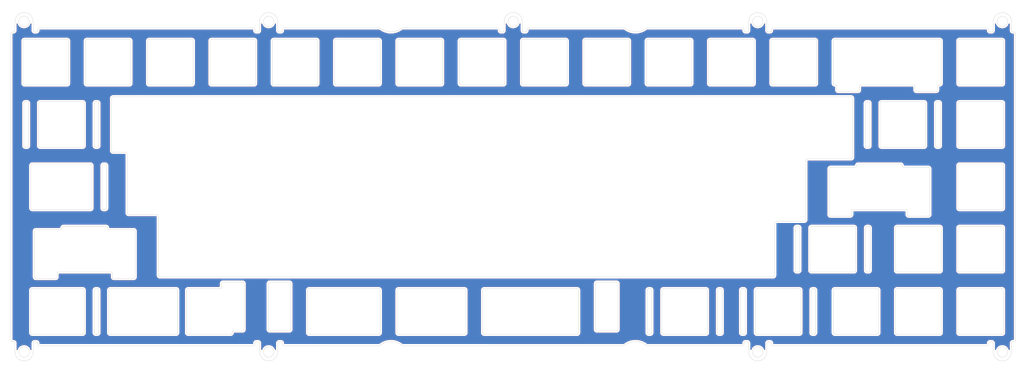
<source format=kicad_pcb>
(kicad_pcb (version 20211014) (generator pcbnew)
  (title_block (title "Phoenix Project No 1 Half Plate") (date "2023-05-07") (rev "2") (comment 1 "Designed with love by Rico"))
  (layers (0 "F.Cu" signal) (31 "B.Cu" signal) (34 "B.Paste" user) (35 "F.Paste" user) (36 "B.SilkS" user "B.Silkscreen") (37 "F.SilkS" user "F.Silkscreen") (38 "B.Mask" user) (39 "F.Mask" user) (44 "Edge.Cuts" user))
  (net 0 "")
  (gr_line (start 64.352225 -9.199985) (end 64.852225 -9.199985) (layer "Edge.Cuts") (width 0.1))
  (gr_line (start 133.99375 83.2) (end 162.39375 83.2) (layer "Edge.Cuts") (width 0.1))
  (gr_arc (start 278.75 -6.5) (mid 278.896447 -6.853553) (end 279.25 -7) (layer "Edge.Cuts") (width 0.1))
  (gr_line (start 183.5 -6.5) (end 183.5 6.5) (layer "Edge.Cuts") (width 0.1))
  (gr_line (start 295.102223 85.89) (end 295.102223 88.570596) (layer "Edge.Cuts") (width 0.1))
  (gr_line (start -3.897781 -12.429402) (end -3.897781 -9.699979) (layer "Edge.Cuts") (width 0.1))
  (gr_arc (start 88.75 7) (mid 88.396447 6.853553) (end 88.25 6.5) (layer "Edge.Cuts") (width 0.1))
  (gr_arc (start 235.3375 82.7) (mid 235.191053 83.053553) (end 234.8375 83.2) (layer "Edge.Cuts") (width 0.1))
  (gr_arc (start 221.355123 85.392312) (mid 221.708652 85.538762) (end 221.855139 85.892296) (layer "Edge.Cuts") (width 0.1))
  (gr_line (start 162.89375 82.7) (end 162.89375 69.7) (layer "Edge.Cuts") (width 0.1))
  (gr_line (start -10.147867 -9.199959) (end -9.897766 -9.199966) (layer "Edge.Cuts") (width 0.1))
  (gr_line (start 7 6.5) (end 7 -6.5) (layer "Edge.Cuts") (width 0.1))
  (gr_arc (start 60.15 67.2) (mid 60.503553 67.346447) (end 60.65 67.7) (layer "Edge.Cuts") (width 0.1))
  (gr_line (start 65.355345 88.568168) (end 65.355261 85.89703) (layer "Edge.Cuts") (width 0.1))
  (gr_arc (start 126.85 7) (mid 126.496447 6.853553) (end 126.35 6.5) (layer "Edge.Cuts") (width 0.1))
  (gr_arc (start -1.7375 26.05) (mid -2.091053 25.903553) (end -2.2375 25.55) (layer "Edge.Cuts") (width 0.1))
  (gr_line (start 159.4 6.5) (end 159.4 -6.5) (layer "Edge.Cuts") (width 0.1))
  (gr_line (start 43.00625 69.7) (end 43.00625 82.7) (layer "Edge.Cuts") (width 0.1))
  (gr_line (start 234.00625 64.15) (end 247.00625 64.15) (layer "Edge.Cuts") (width 0.1))
  (gr_arc (start 248.737 7.25) (mid 248.810223 7.073223) (end 248.987 7) (layer "Edge.Cuts") (width 0.1))
  (gr_line (start 270.23175 32.6) (end 270.23175 46.6) (layer "Edge.Cuts") (width 0.1))
  (gr_arc (start 64.15 6.5) (mid 64.003553 6.853553) (end 63.65 7) (layer "Edge.Cuts") (width 0.1))
  (gr_circle (center 292.352223 88.570596) (end 293.952223 88.570596) (layer "Edge.Cuts") (width 0.1) (fill none))
  (gr_line (start 292.75 50.65) (end 292.75 63.65) (layer "Edge.Cuts") (width 0.1))
  (gr_arc (start 147.102223 -9.699992) (mid 146.955775 -9.346436) (end 146.602223 -9.199992) (layer "Edge.Cuts") (width 0.1))
  (gr_arc (start 184.7625 69.2) (mid 185.116053 69.346447) (end 185.2625 69.7) (layer "Edge.Cuts") (width 0.1))
  (gr_line (start 147.602223 -10.449992) (end 176.533243 -10.449995) (layer "Edge.Cuts") (width 0.1))
  (gr_line (start 279.25 26.05) (end 292.25 26.05) (layer "Edge.Cuts") (width 0.1))
  (gr_line (start 82.7 -7) (end 69.7 -7) (layer "Edge.Cuts") (width 0.1))
  (gr_arc (start 233.8375 69.7) (mid 233.983947 69.346447) (end 234.3375 69.2) (layer "Edge.Cuts") (width 0.1))
  (gr_arc (start 57.00625 82.45) (mid 57.079476 82.273241) (end 57.25625 82.2) (layer "Edge.Cuts") (width 0.1))
  (gr_arc (start 17.14375 31.6) (mid 17.290194 31.246429) (end 17.64375 31.1) (layer "Edge.Cuts") (width 0.1))
  (gr_line (start 145.9 7) (end 158.9 7) (layer "Edge.Cuts") (width 0.1))
  (gr_line (start 272.4375 12.05) (end 272.9375 12.05) (layer "Edge.Cuts") (width 0.1))
  (gr_arc (start 247.00625 50.15) (mid 247.359771 50.296464) (end 247.50625 50.65) (layer "Edge.Cuts") (width 0.1))
  (gr_arc (start 168.45 82.2) (mid 168.096447 82.053553) (end 167.95 81.7) (layer "Edge.Cuts") (width 0.1))
  (gr_arc (start -2.895233 85.399138) (mid -2.541675 85.545574) (end -2.395217 85.899123) (layer "Edge.Cuts") (width 0.1))
  (gr_line (start 278.75 69.7) (end 278.75 82.7) (layer "Edge.Cuts") (width 0.1))
  (gr_arc (start 72.855285 86.646779) (mid 72.501754 86.500331) (end 72.355269 86.146795) (layer "Edge.Cuts") (width 0.1))
  (gr_arc (start 88.25 -6.5) (mid 88.396447 -6.853553) (end 88.75 -7) (layer "Edge.Cuts") (width 0.1))
  (gr_line (start 214.855223 88.563054) (end 214.855139 85.892343) (layer "Edge.Cuts") (width 0.1))
  (gr_arc (start 19.19375 69.7) (mid 19.340194 69.346429) (end 19.69375 69.2) (layer "Edge.Cuts") (width 0.1))
  (gr_line (start 184 7) (end 197 7) (layer "Edge.Cuts") (width 0.1))
  (gr_line (start 63.65 -7) (end 50.65 -7) (layer "Edge.Cuts") (width 0.1))
  (gr_line (start 273.2 50.15) (end 260.2 50.15) (layer "Edge.Cuts") (width 0.1))
  (gr_arc (start 279.25 64.15) (mid 278.896447 64.003553) (end 278.75 63.65) (layer "Edge.Cuts") (width 0.1))
  (gr_arc (start 216.05 -7) (mid 216.403553 -6.853553) (end 216.55 -6.5) (layer "Edge.Cuts") (width 0.1))
  (gr_arc (start -6.7375 12.55) (mid -6.591053 12.196447) (end -6.2375 12.05) (layer "Edge.Cuts") (width 0.1))
  (gr_line (start 273.7 69.7) (end 273.7 82.7) (layer "Edge.Cuts") (width 0.1))
  (gr_arc (start 222.355163 86.642093) (mid 222.001577 86.495674) (end 221.855147 86.142108) (layer "Edge.Cuts") (width 0.1))
  (gr_line (start 27.34425 51.65) (end 27.34425 65.65) (layer "Edge.Cuts") (width 0.1))
  (gr_arc (start 230.50625 63.65) (mid 230.359806 64.003571) (end 230.00625 64.15) (layer "Edge.Cuts") (width 0.1))
  (gr_line (start 217.3375 83.2) (end 230.3375 83.2) (layer "Edge.Cuts") (width 0.1))
  (gr_line (start 250.50625 50.65) (end 250.50625 63.65) (layer "Edge.Cuts") (width 0.1))
  (gr_arc (start 251.4375 12.05) (mid 251.791053 12.196447) (end 251.9375 12.55) (layer "Edge.Cuts") (width 0.1))
  (gr_line (start 250.9375 26.05) (end 251.4375 26.05) (layer "Edge.Cuts") (width 0.1))
  (gr_line (start 292.25 12.05) (end 279.25 12.05) (layer "Edge.Cuts") (width 0.1))
  (gr_arc (start 247.79375 31.85) (mid 247.720524 32.026759) (end 247.54375 32.1) (layer "Edge.Cuts") (width 0.1))
  (gr_line (start 5.40625 50.15) (end 18.40625 50.15) (layer "Edge.Cuts") (width 0.1))
  (gr_arc (start 272.4375 26.05) (mid 272.083947 25.903553) (end 271.9375 25.55) (layer "Edge.Cuts") (width 0.1))
  (gr_line (start 292.75 82.7) (end 292.75 69.7) (layer "Edge.Cuts") (width 0.1))
  (gr_arc (start 174.95 81.7) (mid 174.803553 82.053553) (end 174.45 82.2) (layer "Edge.Cuts") (width 0.1))
  (gr_line (start 202.2625 69.7) (end 202.2625 82.7) (layer "Edge.Cuts") (width 0.1))
  (gr_line (start 203.05 7) (end 216.05 7) (layer "Edge.Cuts") (width 0.1))
  (gr_arc (start 71.855245 85.396999) (mid 72.208829 85.54342) (end 72.355261 85.896983) (layer "Edge.Cuts") (width 0.1))
  (gr_arc (start 295.102223 85.89) (mid 295.248671 85.536455) (end 295.602223 85.39) (layer "Edge.Cuts") (width 0.1))
  (gr_arc (start 273.7 82.7) (mid 273.553553 83.053553) (end 273.2 83.2) (layer "Edge.Cuts") (width 0.1))
  (gr_line (start 292.25 69.2) (end 279.25 69.2) (layer "Edge.Cuts") (width 0.1))
  (gr_arc (start 72.352224 -9.699985) (mid 72.205773 -9.346432) (end 71.852223 -9.199985) (layer "Edge.Cuts") (width 0.1))
  (gr_arc (start 232.3375 48.15) (mid 232.191053 48.503553) (end 231.8375 48.65) (layer "Edge.Cuts") (width 0.1))
  (gr_arc (start 127.94375 69.2) (mid 128.297271 69.346464) (end 128.44375 69.7) (layer "Edge.Cuts") (width 0.1))
  (gr_line (start 234.8375 69.2) (end 234.3375 69.2) (layer "Edge.Cuts") (width 0.1))
  (gr_line (start 241.737 8.5) (end 241.737 7.25) (layer "Edge.Cuts") (width 0.1))
  (gr_line (start 145.4 -6.5) (end 145.4 6.5) (layer "Edge.Cuts") (width 0.1))
  (gr_arc (start 40.3375 82.7) (mid 40.191053 83.053553) (end 39.8375 83.2) (layer "Edge.Cuts") (width 0.1))
  (gr_line (start 26.05 6.5) (end 26.05 -6.5) (layer "Edge.Cuts") (width 0.1))
  (gr_arc (start 289.102223 85.39) (mid 289.455762 85.536455) (end 289.602223 85.89) (layer "Edge.Cuts") (width 0.1))
  (gr_arc (start 212.852222 -10.449998) (mid 213.20576 -10.303543) (end 213.352222 -9.949998) (layer "Edge.Cuts") (width 0.1))
  (gr_arc (start 251.50625 50.15) (mid 251.859771 50.296464) (end 252.00625 50.65) (layer "Edge.Cuts") (width 0.1))
  (gr_circle (center 68.102223 -12.429404) (end 69.702223 -12.429404) (layer "Edge.Cuts") (width 0.1) (fill none))
  (gr_arc (start 222.1 7) (mid 221.746447 6.853553) (end 221.6 6.5) (layer "Edge.Cuts") (width 0.1))
  (gr_line (start 292.25 64.15) (end 279.25 64.15) (layer "Edge.Cuts") (width 0.1))
  (gr_line (start 289.602223 88.570596) (end 289.602223 85.89) (layer "Edge.Cuts") (width 0.1))
  (gr_arc (start 79.99375 69.7) (mid 80.140194 69.346429) (end 80.49375 69.2) (layer "Edge.Cuts") (width 0.1))
  (gr_line (start 15.2625 69.2) (end 15.7625 69.2) (layer "Edge.Cuts") (width 0.1))
  (gr_arc (start 57.00625 82.7) (mid 56.859806 83.053571) (end 56.50625 83.2) (layer "Edge.Cuts") (width 0.1))
  (gr_arc (start 27.34425 65.65) (mid 27.197806 66.003571) (end 26.84425 66.15) (layer "Edge.Cuts") (width 0.1))
  (gr_line (start 288.602223 -9.200004) (end 289.102223 -9.200005) (layer "Edge.Cuts") (width 0.1))
  (gr_line (start 246.625 29.1) (end 246.625 11.05) (layer "Edge.Cuts") (width 0.1))
  (gr_arc (start 206.2625 69.2) (mid 206.616053 69.346447) (end 206.7625 69.7) (layer "Edge.Cuts") (width 0.1))
  (gr_arc (start 213.852223 -9.199998) (mid 213.498654 -9.346436) (end 213.352222 -9.699998) (layer "Edge.Cuts") (width 0.1))
  (gr_arc (start -3.397781 -9.199979) (mid -3.751334 -9.346426) (end -3.897781 -9.699979) (layer "Edge.Cuts") (width 0.1))
  (gr_arc (start 164.45 -6.5) (mid 164.596447 -6.853553) (end 164.95 -7) (layer "Edge.Cuts") (width 0.1))
  (gr_arc (start 69.2 -6.5) (mid 69.346447 -6.853553) (end 69.7 -7) (layer "Edge.Cuts") (width 0.1))
  (gr_line (start 268.4375 12.05) (end 255.4375 12.05) (layer "Edge.Cuts") (width 0.1))
  (gr_arc (start 109.243525 86.645639) (mid 108.922843 86.592837) (end 108.636031 86.439987) (layer "Edge.Cuts") (width 0.1))
  (gr_line (start 272.113 9) (end 266.113 9) (layer "Edge.Cuts") (width 0.1))
  (gr_line (start 252.00625 63.65) (end 252.00625 50.65) (layer "Edge.Cuts") (width 0.1))
  (gr_line (start 64.855245 85.397046) (end 64.355245 85.397061) (layer "Edge.Cuts") (width 0.1))
  (gr_arc (start 212.8375 83.2) (mid 212.483947 83.053553) (end 212.3375 82.7) (layer "Edge.Cuts") (width 0.1))
  (gr_arc (start 262.98175 45.1) (mid 263.158559 45.173206) (end 263.23175 45.35) (layer "Edge.Cuts") (width 0.1))
  (gr_arc (start 139.85 -7) (mid 140.203553 -6.853553) (end 140.35 -6.5) (layer "Edge.Cuts") (width 0.1))
  (gr_line (start 251.00625 64.15) (end 251.50625 64.15) (layer "Edge.Cuts") (width 0.1))
  (gr_arc (start 234.3375 83.2) (mid 233.983947 83.053553) (end 233.8375 82.7) (layer "Edge.Cuts") (width 0.1))
  (gr_line (start 220.852223 -9.199998) (end 221.352222 -9.199998) (layer "Edge.Cuts") (width 0.1))
  (gr_line (start -1.7375 26.05) (end 11.2625 26.05) (layer "Edge.Cuts") (width 0.1))
  (gr_line (start 205.2625 82.7) (end 205.2625 69.7) (layer "Edge.Cuts") (width 0.1))
  (gr_line (start 183.7625 69.7) (end 183.7625 82.7) (layer "Edge.Cuts") (width 0.1))
  (gr_arc (start 107.8 83.2) (mid 107.446447 83.053553) (end 107.3 82.7) (layer "Edge.Cuts") (width 0.1))
  (gr_line (start -4.11875 31.1) (end 13.64375 31.1) (layer "Edge.Cuts") (width 0.1))
  (gr_line (start 167.95 67.7) (end 167.95 81.7) (layer "Edge.Cuts") (width 0.1))
  (gr_arc (start 107.3 -6.5) (mid 107.446447 -6.853553) (end 107.8 -7) (layer "Edge.Cuts") (width 0.1))
  (gr_arc (start 133.49375 69.7) (mid 133.640194 69.346429) (end 133.99375 69.2) (layer "Edge.Cuts") (width 0.1))
  (gr_line (start 260.2 69.2) (end 273.2 69.2) (layer "Edge.Cuts") (width 0.1))
  (gr_arc (start 63.855269 86.147061) (mid 63.70884 86.500623) (end 63.355285 86.647077) (layer "Edge.Cuts") (width 0.1))
  (gr_arc (start 50.15 -6.5) (mid 50.296447 -6.853553) (end 50.65 -7) (layer "Edge.Cuts") (width 0.1))
  (gr_arc (start 259.7 50.65) (mid 259.846447 50.296447) (end 260.2 50.15) (layer "Edge.Cuts") (width 0.1))
  (gr_arc (start 217.3375 83.2) (mid 216.983947 83.053553) (end 216.8375 82.7) (layer "Edge.Cuts") (width 0.1))
  (gr_line (start 272.9375 26.05) (end 272.4375 26.05) (layer "Edge.Cuts") (width 0.1))
  (gr_arc (start 259.7 69.7) (mid 259.846447 69.346447) (end 260.2 69.2) (layer "Edge.Cuts") (width 0.1))
  (gr_arc (start 292.75 82.7) (mid 292.603553 83.053553) (end 292.25 83.2) (layer "Edge.Cuts") (width 0.1))
  (gr_arc (start 289.602223 -9.700005) (mid 289.45578 -9.34644) (end 289.102223 -9.200005) (layer "Edge.Cuts") (width 0.1))
  (gr_arc (start 102.318156 86.440185) (mid 105.477055 85.370611) (end 108.636031 86.439987) (layer "Edge.Cuts") (width 0.1))
  (gr_line (start 289.102223 85.39) (end 288.602238 85.39) (layer "Edge.Cuts") (width 0.1))
  (gr_line (start 292.25 -7) (end 279.25 -7) (layer "Edge.Cuts") (width 0.1))
  (gr_line (start 265.363 7) (end 248.987 7) (layer "Edge.Cuts") (width 0.1))
  (gr_line (start 102.25 6.5) (end 102.25 -6.5) (layer "Edge.Cuts") (width 0.1))
  (gr_line (start 247.79375 31.85) (end 247.79375 31.6) (layer "Edge.Cuts") (width 0.1))
  (gr_arc (start 220.852223 -9.199998) (mid 220.498654 -9.346436) (end 220.352223 -9.699998) (layer "Edge.Cuts") (width 0.1))
  (gr_line (start 18.90625 50.65) (end 18.90625 50.9) (layer "Edge.Cuts") (width 0.1))
  (gr_line (start 107.3 6.5) (end 107.3 -6.5) (layer "Edge.Cuts") (width 0.1))
  (gr_line (start -9.39778 -9.699966) (end -9.397781 -12.4294) (layer "Edge.Cuts") (width 0.1))
  (gr_arc (start 205.2625 69.7) (mid 205.408947 69.346447) (end 205.7625 69.2) (layer "Edge.Cuts") (width 0.1))
  (gr_arc (start 176.533243 -10.449995) (mid 176.84698 -10.39949) (end 177.129047 -10.253125) (layer "Edge.Cuts") (width 0.1))
  (gr_line (start 15.7625 83.2) (end 15.2625 83.2) (layer "Edge.Cuts") (width 0.1))
  (gr_line (start 278.75 12.55) (end 278.75 25.55) (layer "Edge.Cuts") (width 0.1))
  (gr_arc (start 292.75 44.6) (mid 292.603553 44.953553) (end 292.25 45.1) (layer "Edge.Cuts") (width 0.1))
  (gr_arc (start 292.75 63.65) (mid 292.603553 64.003553) (end 292.25 64.15) (layer "Edge.Cuts") (width 0.1))
  (gr_arc (start 261.29375 31.1) (mid 261.647271 31.246464) (end 261.79375 31.6) (layer "Edge.Cuts") (width 0.1))
  (gr_arc (start 3.46825 64.4) (mid 3.541473 64.223223) (end 3.71825 64.15) (layer "Edge.Cuts") (width 0.1))
  (gr_arc (start 183.990459 86.643295) (mid 183.670068 86.5906) (end 183.383459 86.438021) (layer "Edge.Cuts") (width 0.1))
  (gr_arc (start 50.65 7) (mid 50.296447 6.853553) (end 50.15 6.5) (layer "Edge.Cuts") (width 0.1))
  (gr_line (start 101.75 -7) (end 88.75 -7) (layer "Edge.Cuts") (width 0.1))
  (gr_line (start -1.897781 -10.449979) (end 63.352224 -10.449985) (layer "Edge.Cuts") (width 0.1))
  (gr_line (start 279.25 83.2) (end 292.25 83.2) (layer "Edge.Cuts") (width 0.1))
  (gr_line (start -7 -6.5) (end -7 6.5) (layer "Edge.Cuts") (width 0.1))
  (gr_arc (start 63.352224 -10.449985) (mid 63.705757 -10.303529) (end 63.852224 -9.949985) (layer "Edge.Cuts") (width 0.1))
  (gr_arc (start 20.09425 64.15) (mid 20.271059 64.223206) (end 20.34425 64.4) (layer "Edge.Cuts") (width 0.1))
  (gr_arc (start 24.3375 27.55) (mid 24.691053 27.696447) (end 24.8375 28.05) (layer "Edge.Cuts") (width 0.1))
  (gr_arc (start 16.2625 82.7) (mid 16.116053 83.053553) (end 15.7625 83.2) (layer "Edge.Cuts") (width 0.1))
  (gr_arc (start 213.355147 86.142375) (mid 213.208718 86.495956) (end 212.855163 86.64239) (layer "Edge.Cuts") (width 0.1))
  (gr_arc (start 121.3 6.5) (mid 121.153553 6.853553) (end 120.8 7) (layer "Edge.Cuts") (width 0.1))
  (gr_line (start 184.7625 69.2) (end 184.2625 69.2) (layer "Edge.Cuts") (width 0.1))
  (gr_line (start 221.6 6.5) (end 221.6 -6.5) (layer "Edge.Cuts") (width 0.1))
  (gr_line (start 13.64375 45.1) (end -4.11875 45.1) (layer "Edge.Cuts") (width 0.1))
  (gr_arc (start 68.44375 82.2) (mid 68.090229 82.053536) (end 67.94375 81.7) (layer "Edge.Cuts") (width 0.1))
  (gr_line (start 213.352222 -9.949998) (end 213.352222 -9.699998) (layer "Edge.Cuts") (width 0.1))
  (gr_line (start -5.2375 12.55) (end -5.2375 25.55) (layer "Edge.Cuts") (width 0.1))
  (gr_line (start 205.7625 69.2) (end 206.2625 69.2) (layer "Edge.Cuts") (width 0.1))
  (gr_line (start 273.7 -6.5) (end 273.7 6.5) (layer "Edge.Cuts") (width 0.1))
  (gr_arc (start 278.75 69.7) (mid 278.896447 69.346447) (end 279.25 69.2) (layer "Edge.Cuts") (width 0.1))
  (gr_line (start 279.25 31.1) (end 292.25 31.1) (layer "Edge.Cuts") (width 0.1))
  (gr_line (start 288.102223 -9.950004) (end 288.102223 -9.700004) (layer "Edge.Cuts") (width 0.1))
  (gr_arc (start 260.2 83.2) (mid 259.846447 83.053553) (end 259.7 82.7) (layer "Edge.Cuts") (width 0.1))
  (gr_line (start 233.50625 50.65) (end 233.50625 63.65) (layer "Edge.Cuts") (width 0.1))
  (gr_line (start 69.7 7) (end 82.7 7) (layer "Edge.Cuts") (width 0.1))
  (gr_arc (start 221.852222 -9.949999) (mid 221.99867 -10.303545) (end 222.352222 -10.449999) (layer "Edge.Cuts") (width 0.1))
  (gr_arc (start 246.625 29.1) (mid 246.478553 29.453553) (end 246.125 29.6) (layer "Edge.Cuts") (width 0.1))
  (gr_line (start 221.855147 86.142108) (end 221.855139 85.892296) (layer "Edge.Cuts") (width 0.1))
  (gr_arc (start -10.145307 85.39919) (mid -10.498864 85.252753) (end -10.645321 84.899204) (layer "Edge.Cuts") (width 0.1))
  (gr_line (start 63.855261 85.897077) (end 63.855269 86.147061) (layer "Edge.Cuts") (width 0.1))
  (gr_arc (start 278.75 31.6) (mid 278.896447 31.246447) (end 279.25 31.1) (layer "Edge.Cuts") (width 0.1))
  (gr_line (start 197.5 6.5) (end 197.5 -6.5) (layer "Edge.Cuts") (width 0.1))
  (gr_arc (start -5.7375 12.05) (mid -5.383947 12.196447) (end -5.2375 12.55) (layer "Edge.Cuts") (width 0.1))
  (gr_line (start 212.8375 83.2) (end 213.3375 83.2) (layer "Edge.Cuts") (width 0.1))
  (gr_arc (start 145.9 7) (mid 145.546447 6.853553) (end 145.4 6.5) (layer "Edge.Cuts") (width 0.1))
  (gr_arc (start 18.40625 50.15) (mid 18.759771 50.296464) (end 18.90625 50.65) (layer "Edge.Cuts") (width 0.1))
  (gr_line (start 25.3375 46.6) (end 33.8625 46.6) (layer "Edge.Cuts") (width 0.1))
  (gr_arc (start 178.45 6.5) (mid 178.303553 6.853553) (end 177.95 7) (layer "Edge.Cuts") (width 0.1))
  (gr_arc (start 254.15 69.2) (mid 254.503553 69.346447) (end 254.65 69.7) (layer "Edge.Cuts") (width 0.1))
  (gr_arc (start 7 6.5) (mid 6.853553 6.853553) (end 6.5 7) (layer "Edge.Cuts") (width 0.1))
  (gr_arc (start 292.25 12.05) (mid 292.603553 12.196447) (end 292.75 12.55) (layer "Edge.Cuts") (width 0.1))
  (gr_line (start -2.395209 86.149138) (end -2.395217 85.899123) (layer "Edge.Cuts") (width 0.1))
  (gr_line (start 80.49375 69.2) (end 101.75 69.2) (layer "Edge.Cuts") (width 0.1))
  (gr_arc (start 19.15625 51.15) (mid 18.979441 51.076794) (end 18.90625 50.9) (layer "Edge.Cuts") (width 0.1))
  (gr_line (start 222.1 -7) (end 235.1 -7) (layer "Edge.Cuts") (width 0.1))
  (gr_line (start 234.3375 83.2) (end 234.8375 83.2) (layer "Edge.Cuts") (width 0.1))
  (gr_arc (start 71.352224 -9.199985) (mid 70.99865 -9.346422) (end 70.852224 -9.699985) (layer "Edge.Cuts") (width 0.1))
  (gr_line (start 178.45 6.5) (end 178.45 -6.5) (layer "Edge.Cuts") (width 0.1))
  (gr_arc (start 140.102223 -12.429396) (mid 142.852223 -15.179396) (end 145.602223 -12.429396) (layer "Edge.Cuts") (width 0.1))
  (gr_line (start 140.35 6.5) (end 140.35 -6.5) (layer "Edge.Cuts") (width 0.1))
  (gr_line (start 18.14375 31.1) (end 17.64375 31.1) (layer "Edge.Cuts") (width 0.1))
  (gr_line (start 254.65 82.7) (end 254.65 69.7) (layer "Edge.Cuts") (width 0.1))
  (gr_line (start 79.99375 82.7) (end 79.99375 69.7) (layer "Edge.Cuts") (width 0.1))
  (gr_arc (start 20.575 27.55) (mid 20.221447 27.403553) (end 20.075 27.05) (layer "Edge.Cuts") (width 0.1))
  (gr_arc (start 63.855261 85.897077) (mid 64.001708 85.54353) (end 64.355245 85.397061) (layer "Edge.Cuts") (width 0.1))
  (gr_arc (start 292.25 31.1) (mid 292.603553 31.246447) (end 292.75 31.6) (layer "Edge.Cuts") (width 0.1))
  (gr_line (start -4.61875 44.6) (end -4.61875 31.6) (layer "Edge.Cuts") (width 0.1))
  (gr_arc (start 162.39375 69.2) (mid 162.747271 69.346464) (end 162.89375 69.7) (layer "Edge.Cuts") (width 0.1))
  (gr_arc (start 271.9375 12.55) (mid 272.083947 12.196447) (end 272.4375 12.05) (layer "Edge.Cuts") (width 0.1))
  (gr_line (start 295.602222 -9.200005) (end 295.852219 -9.200005) (layer "Edge.Cuts") (width 0.1))
  (gr_arc (start 287.602223 -10.450004) (mid 287.955763 -10.30355) (end 288.102223 -9.950004) (layer "Edge.Cuts") (width 0.1))
  (gr_arc (start 11.7625 82.7) (mid 11.616053 83.053553) (end 11.2625 83.2) (layer "Edge.Cuts") (width 0.1))
  (gr_arc (start 70.855345 88.567963) (mid 68.105452 91.318065) (end 65.355345 88.568168) (layer "Edge.Cuts") (width 0.1))
  (gr_line (start 107.8 -7) (end 120.8 -7) (layer "Edge.Cuts") (width 0.1))
  (gr_arc (start 234.00625 64.15) (mid 233.652729 64.003536) (end 233.50625 63.65) (layer "Edge.Cuts") (width 0.1))
  (gr_arc (start 72.352224 -9.949986) (mid 72.498667 -10.30354) (end 72.852224 -10.449986) (layer "Edge.Cuts") (width 0.1))
  (gr_line (start 250.4375 12.55) (end 250.4375 25.55) (layer "Edge.Cuts") (width 0.1))
  (gr_line (start -2.2375 12.55) (end -2.2375 25.55) (layer "Edge.Cuts") (width 0.1))
  (gr_line (start 216.05 -7) (end 203.05 -7) (layer "Edge.Cuts") (width 0.1))
  (gr_arc (start 205.7625 83.2) (mid 205.408947 83.053553) (end 205.2625 82.7) (layer "Edge.Cuts") (width 0.1))
  (gr_arc (start -2.2375 12.55) (mid -2.091053 12.196447) (end -1.7375 12.05) (layer "Edge.Cuts") (width 0.1))
  (gr_line (start 43.50625 83.2) (end 56.50625 83.2) (layer "Edge.Cuts") (width 0.1))
  (gr_line (start 70.855261 85.89703) (end 70.855345 88.567963) (layer "Edge.Cuts") (width 0.1))
  (gr_arc (start 268.9375 25.55) (mid 268.791053 25.903553) (end 268.4375 26.05) (layer "Edge.Cuts") (width 0.1))
  (gr_arc (start 101.75 -7) (mid 102.103553 -6.853553) (end 102.25 -6.5) (layer "Edge.Cuts") (width 0.1))
  (gr_arc (start -7 -6.5) (mid -6.853553 -6.853553) (end -6.5 -7) (layer "Edge.Cuts") (width 0.1))
  (gr_line (start 14.14375 31.6) (end 14.14375 44.6) (layer "Edge.Cuts") (width 0.1))
  (gr_arc (start -6.2375 26.05) (mid -6.591053 25.903553) (end -6.7375 25.55) (layer "Edge.Cuts") (width 0.1))
  (gr_arc (start 11.2625 12.05) (mid 11.616053 12.196447) (end 11.7625 12.55) (layer "Edge.Cuts") (width 0.1))
  (gr_line (start 269.73175 47.1) (end 263.73175 47.1) (layer "Edge.Cuts") (width 0.1))
  (gr_arc (start 252.00625 63.65) (mid 251.859806 64.003571) (end 251.50625 64.15) (layer "Edge.Cuts") (width 0.1))
  (gr_arc (start 108.575392 -10.25312) (mid 108.857451 -10.3995) (end 109.171194 -10.449989) (layer "Edge.Cuts") (width 0.1))
  (gr_line (start 83.2 6.5) (end 83.2 -6.5) (layer "Edge.Cuts") (width 0.1))
  (gr_arc (start 248.737 8.5) (mid 248.590553 8.853553) (end 248.237 9) (layer "Edge.Cuts") (width 0.1))
  (gr_arc (start 279.25 26.05) (mid 278.896447 25.903553) (end 278.75 25.55) (layer "Edge.Cuts") (width 0.1))
  (gr_arc (start 289.602222 -12.429409) (mid 292.352222 -15.179409) (end 295.102222 -12.429409) (layer "Edge.Cuts") (width 0.1))
  (gr_line (start 57.00625 82.7) (end 57.00625 82.45) (layer "Edge.Cuts") (width 0.1))
  (gr_arc (start 295.102223 88.570596) (mid 292.352223 91.320596) (end 289.602223 88.570596) (layer "Edge.Cuts") (width 0.1))
  (gr_arc (start 272.613 8.5) (mid 272.466553 8.853553) (end 272.113 9) (layer "Edge.Cuts") (width 0.1))
  (gr_arc (start 254.65 82.7) (mid 254.503553 83.053553) (end 254.15 83.2) (layer "Edge.Cuts") (width 0.1))
  (gr_arc (start 184.2625 83.2) (mid 183.908947 83.053553) (end 183.7625 82.7) (layer "Edge.Cuts") (width 0.1))
  (gr_line (start 261.79375 31.6) (end 261.79375 31.85) (layer "Edge.Cuts") (width 0.1))
  (gr_arc (start 25.3375 46.6) (mid 24.983947 46.453553) (end 24.8375 46.1) (layer "Edge.Cuts") (width 0.1))
  (gr_arc (start 269.73175 32.1) (mid 270.085271 32.246464) (end 270.23175 32.6) (layer "Edge.Cuts") (width 0.1))
  (gr_arc (start 15.2625 83.2) (mid 14.908947 83.053553) (end 14.7625 82.7) (layer "Edge.Cuts") (width 0.1))
  (gr_line (start 295.102222 -12.429409) (end 295.102222 -9.700005) (layer "Edge.Cuts") (width 0.1))
  (gr_line (start 24.8375 28.05) (end 24.8375 46.1) (layer "Edge.Cuts") (width 0.1))
  (gr_line (start 71.352224 -9.199985) (end 71.852223 -9.199985) (layer "Edge.Cuts") (width 0.1))
  (gr_line (start 44.6 -7) (end 31.6 -7) (layer "Edge.Cuts") (width 0.1))
  (gr_arc (start 201.7625 69.2) (mid 202.116053 69.346447) (end 202.2625 69.7) (layer "Edge.Cuts") (width 0.1))
  (gr_line (start 109.171194 -10.449989) (end 138.102223 -10.449991) (layer "Edge.Cuts") (width 0.1))
  (gr_line (start 259.7 82.7) (end 259.7 69.7) (layer "Edge.Cuts") (width 0.1))
  (gr_line (start 11.7625 82.7) (end 11.7625 69.7) (layer "Edge.Cuts") (width 0.1))
  (gr_arc (start 185.2625 82.7) (mid 185.116053 83.053553) (end 184.7625 83.2) (layer "Edge.Cuts") (width 0.1))
  (gr_circle (center 292.352223 -12.429404) (end 293.952223 -12.429404) (layer "Edge.Cuts") (width 0.1) (fill none))
  (gr_arc (start 230.8375 82.7) (mid 230.691053 83.053553) (end 230.3375 83.2) (layer "Edge.Cuts") (width 0.1))
  (gr_line (start 273.7 63.65) (end 273.7 50.65) (layer "Edge.Cuts") (width 0.1))
  (gr_line (start 50.15 -6.5) (end 50.15 6.5) (layer "Edge.Cuts") (width 0.1))
  (gr_arc (start 162.89375 82.7) (mid 162.747306 83.053571) (end 162.39375 83.2) (layer "Edge.Cuts") (width 0.1))
  (gr_line (start 240.65 69.7) (end 240.65 82.7) (layer "Edge.Cuts") (width 0.1))
  (gr_line (start 259.7 50.65) (end 259.7 63.65) (layer "Edge.Cuts") (width 0.1))
  (gr_arc (start 295.852219 -9.200005) (mid 296.205762 -9.053552) (end 296.352219 -8.700005) (layer "Edge.Cuts") (width 0.1))
  (gr_arc (start 64.352225 -9.199985) (mid 63.99865 -9.346422) (end 63.852224 -9.699985) (layer "Edge.Cuts") (width 0.1))
  (gr_arc (start -3.03175 66.15) (mid -3.385303 66.003553) (end -3.53175 65.65) (layer "Edge.Cuts") (width 0.1))
  (gr_line (start 235.6 -6.5) (end 235.6 6.5) (layer "Edge.Cuts") (width 0.1))
  (gr_arc (start 108.575392 -10.25312) (mid 105.477223 -9.229404) (end 102.379054 -10.25312) (layer "Edge.Cuts") (width 0.1))
  (gr_arc (start 14.7625 69.7) (mid 14.908947 69.346447) (end 15.2625 69.2) (layer "Edge.Cuts") (width 0.1))
  (gr_circle (center 142.852223 -12.429404) (end 144.452223 -12.429404) (layer "Edge.Cuts") (width 0.1) (fill none))
  (gr_arc (start 246.35575 45.35) (mid 246.428976 45.173241) (end 246.60575 45.1) (layer "Edge.Cuts") (width 0.1))
  (gr_arc (start 221.852222 -9.699998) (mid 221.705776 -9.346438) (end 221.352222 -9.199998) (layer "Edge.Cuts") (width 0.1))
  (gr_line (start 34.8625 65.65) (end 222.3125 65.65) (layer "Edge.Cuts") (width 0.1))
  (gr_arc (start 212.3375 69.7) (mid 212.483947 69.346447) (end 212.8375 69.2) (layer "Edge.Cuts") (width 0.1))
  (gr_arc (start 197.5 6.5) (mid 197.353553 6.853553) (end 197 7) (layer "Edge.Cuts") (width 0.1))
  (gr_arc (start 18.14375 31.1) (mid 18.497271 31.246464) (end 18.64375 31.6) (layer "Edge.Cuts") (width 0.1))
  (gr_line (start 212.855163 86.64239) (end 183.990459 86.643295) (layer "Edge.Cuts") (width 0.1))
  (gr_arc (start 26.05 6.5) (mid 25.903553 6.853553) (end 25.55 7) (layer "Edge.Cuts") (width 0.1))
  (gr_arc (start 292.75 25.55) (mid 292.603553 25.903553) (end 292.25 26.05) (layer "Edge.Cuts") (width 0.1))
  (gr_arc (start 74.94375 81.7) (mid 74.797306 82.053571) (end 74.44375 82.2) (layer "Edge.Cuts") (width 0.1))
  (gr_line (start 31.6 7) (end 44.6 7) (layer "Edge.Cuts") (width 0.1))
  (gr_arc (start 234.8375 69.2) (mid 235.191053 69.346447) (end 235.3375 69.7) (layer "Edge.Cuts") (width 0.1))
  (gr_arc (start 177.070728 86.438219) (mid 176.784124 86.590807) (end 176.463741 86.643531) (layer "Edge.Cuts") (width 0.1))
  (gr_line (start -9.39514 88.570868) (end -9.39514 85.899183) (layer "Edge.Cuts") (width 0.1))
  (gr_arc (start 69.7 7) (mid 69.346447 6.853553) (end 69.2 6.5) (layer "Edge.Cuts") (width 0.1))
  (gr_arc (start 292.75 6.5) (mid 292.603553 6.853553) (end 292.25 7) (layer "Edge.Cuts") (width 0.1))
  (gr_arc (start -3.89514 88.570708) (mid -6.64506 91.320789) (end -9.39514 88.570868) (layer "Edge.Cuts") (width 0.1))
  (gr_arc (start 183.3254 -10.253126) (mid 180.227219 -9.22939) (end 177.129047 -10.253125) (layer "Edge.Cuts") (width 0.1))
  (gr_line (start 212.3375 69.7) (end 212.3375 82.7) (layer "Edge.Cuts") (width 0.1))
  (gr_line (start 206.2625 83.2) (end 205.7625 83.2) (layer "Edge.Cuts") (width 0.1))
  (gr_arc (start 250.4375 12.55) (mid 250.583947 12.196447) (end 250.9375 12.05) (layer "Edge.Cuts") (width 0.1))
  (gr_line (start 223.3125 48.65) (end 231.8375 48.65) (layer "Edge.Cuts") (width 0.1))
  (gr_arc (start 246.125 10.55) (mid 246.478553 10.696447) (end 246.625 11.05) (layer "Edge.Cuts") (width 0.1))
  (gr_line (start 235.3375 82.7) (end 235.3375 69.7) (layer "Edge.Cuts") (width 0.1))
  (gr_circle (center -6.647777 -12.429404) (end -5.047777 -12.429404) (layer "Edge.Cuts") (width 0.1) (fill none))
  (gr_line (start 11.7625 25.55) (end 11.7625 12.55) (layer "Edge.Cuts") (width 0.1))
  (gr_arc (start 39.8375 69.2) (mid 40.191053 69.346447) (end 40.3375 69.7) (layer "Edge.Cuts") (width 0.1))
  (gr_line (start 72.352224 -9.699985) (end 72.352224 -9.949986) (layer "Edge.Cuts") (width 0.1))
  (gr_arc (start -1.895194 86.649123) (mid -2.248752 86.502687) (end -2.395209 86.149138) (layer "Edge.Cuts") (width 0.1))
  (gr_line (start 241.15 83.2) (end 254.15 83.2) (layer "Edge.Cuts") (width 0.1))
  (gr_line (start 296.352219 -8.700005) (end 296.352227 84.89) (layer "Edge.Cuts") (width 0.1))
  (gr_arc (start 17.64375 45.1) (mid 17.290229 44.953536) (end 17.14375 44.6) (layer "Edge.Cuts") (width 0.1))
  (gr_arc (start 273.4375 25.55) (mid 273.291053 25.903553) (end 272.9375 26.05) (layer "Edge.Cuts") (width 0.1))
  (gr_line (start 273.4375 12.55) (end 273.4375 25.55) (layer "Edge.Cuts") (width 0.1))
  (gr_line (start 12.05 -6.5) (end 12.05 6.5) (layer "Edge.Cuts") (width 0.1))
  (gr_arc (start 80.49375 83.2) (mid 80.140229 83.053536) (end 79.99375 82.7) (layer "Edge.Cuts") (width 0.1))
  (gr_line (start 214.852223 -9.699998) (end 214.852223 -12.429403) (layer "Edge.Cuts") (width 0.1))
  (gr_arc (start 220.355223 88.562861) (mid 217.605297 91.313023) (end 214.855223 88.563054) (layer "Edge.Cuts") (width 0.1))
  (gr_line (start 168.45 82.2) (end 174.45 82.2) (layer "Edge.Cuts") (width 0.1))
  (gr_arc (start 202.2625 82.7) (mid 202.116053 83.053553) (end 201.7625 83.2) (layer "Edge.Cuts") (width 0.1))
  (gr_arc (start 20.075 11.05) (mid 20.221447 10.696447) (end 20.575 10.55) (layer "Edge.Cuts") (width 0.1))
  (gr_arc (start -5.2375 25.55) (mid -5.383947 25.903553) (end -5.7375 26.05) (layer "Edge.Cuts") (width 0.1))
  (gr_line (start 12.55 7) (end 25.55 7) (layer "Edge.Cuts") (width 0.1))
  (gr_arc (start 221.6 -6.5) (mid 221.746447 -6.853553) (end 222.1 -7) (layer "Edge.Cuts") (width 0.1))
  (gr_line (start 279.25 50.15) (end 292.25 50.15) (layer "Edge.Cuts") (width 0.1))
  (gr_line (start 248.237 9) (end 242.237 9) (layer "Edge.Cuts") (width 0.1))
  (gr_arc (start 216.55 6.5) (mid 216.403553 6.853553) (end 216.05 7) (layer "Edge.Cuts") (width 0.1))
  (gr_line (start 53.65 67.7) (end 53.65 68.95) (layer "Edge.Cuts") (width 0.1))
  (gr_line (start 263.23175 46.6) (end 263.23175 45.35) (layer "Edge.Cuts") (width 0.1))
  (gr_line (start 273.2 83.2) (end 260.2 83.2) (layer "Edge.Cuts") (width 0.1))
  (gr_arc (start 247.50625 63.65) (mid 247.359806 64.003571) (end 247.00625 64.15) (layer "Edge.Cuts") (width 0.1))
  (gr_line (start 72.852224 -10.449986) (end 101.783252 -10.449988) (layer "Edge.Cuts") (width 0.1))
  (gr_line (start -6.2375 12.05) (end -5.7375 12.05) (layer "Edge.Cuts") (width 0.1))
  (gr_line (start 183.921203 -10.449995) (end 212.852222 -10.449998) (layer "Edge.Cuts") (width 0.1))
  (gr_arc (start 295.602222 -9.200005) (mid 295.248656 -9.346444) (end 295.102222 -9.700005) (layer "Edge.Cuts") (width 0.1))
  (gr_arc (start -3.895218 85.899169) (mid -3.748782 85.545612) (end -3.395234 85.399154) (layer "Edge.Cuts") (width 0.1))
  (gr_line (start 174.45 67.2) (end 168.45 67.2) (layer "Edge.Cuts") (width 0.1))
  (gr_line (start -4.11875 83.2) (end 11.2625 83.2) (layer "Edge.Cuts") (width 0.1))
  (gr_arc (start 213.3375 69.2) (mid 213.691053 69.346447) (end 213.8375 69.7) (layer "Edge.Cuts") (width 0.1))
  (gr_line (start 101.75 83.2) (end 80.49375 83.2) (layer "Edge.Cuts") (width 0.1))
  (gr_line (start 292.25 45.1) (end 279.25 45.1) (layer "Edge.Cuts") (width 0.1))
  (gr_line (start 20.075 11.05) (end 20.075 27.05) (layer "Edge.Cuts") (width 0.1))
  (gr_line (start 31.1 -6.5) (end 31.1 6.5) (layer "Edge.Cuts") (width 0.1))
  (gr_arc (start 43.00625 69.7) (mid 43.152694 69.346429) (end 43.50625 69.2) (layer "Edge.Cuts") (width 0.1))
  (gr_line (start 229.50625 64.15) (end 230.00625 64.15) (layer "Edge.Cuts") (width 0.1))
  (gr_arc (start 65.352224 -12.429391) (mid 68.10222 -15.179386) (end 70.852224 -12.42939) (layer "Edge.Cuts") (width 0.1))
  (gr_arc (start 60.65 81.7) (mid 60.503553 82.053553) (end 60.15 82.2) (layer "Edge.Cuts") (width 0.1))
  (gr_arc (start 206.7625 82.7) (mid 206.616053 83.053553) (end 206.2625 83.2) (layer "Edge.Cuts") (width 0.1))
  (gr_line (start -9.895154 85.399183) (end -10.145307 85.39919) (layer "Edge.Cuts") (width 0.1))
  (gr_arc (start 279.25 45.1) (mid 278.896447 44.953553) (end 278.75 44.6) (layer "Edge.Cuts") (width 0.1))
  (gr_line (start 4.90625 50.9) (end 4.90625 50.65) (layer "Edge.Cuts") (width 0.1))
  (gr_line (start 255.4375 26.05) (end 268.4375 26.05) (layer "Edge.Cuts") (width 0.1))
  (gr_arc (start 107.3 69.7) (mid 107.446447 69.346447) (end 107.8 69.2) (layer "Edge.Cuts") (width 0.1))
  (gr_line (start 20.34425 65.65) (end 20.34425 64.4) (layer "Edge.Cuts") (width 0.1))
  (gr_line (start 254.9375 12.55) (end 254.9375 25.55) (layer "Edge.Cuts") (width 0.1))
  (gr_arc (start 247.79375 31.6) (mid 247.940194 31.246429) (end 248.29375 31.1) (layer "Edge.Cuts") (width 0.1))
  (gr_line (start 245.85575 47.1) (end 239.85575 47.1) (layer "Edge.Cuts") (width 0.1))
  (gr_line (start 246.125 10.55) (end 20.575 10.55) (layer "Edge.Cuts") (width 0.1))
  (gr_arc (start 120.8 -7) (mid 121.153553 -6.853553) (end 121.3 -6.5) (layer "Edge.Cuts") (width 0.1))
  (gr_line (start 2.96825 66.15) (end -3.03175 66.15) (layer "Edge.Cuts") (width 0.1))
  (gr_arc (start 288.102246 86.140031) (mid 287.955797 86.493575) (end 287.602262 86.640047) (layer "Edge.Cuts") (width 0.1))
  (gr_arc (start 14.7625 12.55) (mid 14.908947 12.196447) (end 15.2625 12.05) (layer "Edge.Cuts") (width 0.1))
  (gr_arc (start 241.487 7) (mid 241.663777 7.073223) (end 241.737 7.25) (layer "Edge.Cuts") (width 0.1))
  (gr_line (start 251.9375 25.55) (end 251.9375 12.55) (layer "Edge.Cuts") (width 0.1))
  (gr_line (start -6.7375 25.55) (end -6.7375 12.55) (layer "Edge.Cuts") (width 0.1))
  (gr_arc (start -2.397781 -9.949979) (mid -2.251334 -10.303532) (end -1.897781 -10.449979) (layer "Edge.Cuts") (width 0.1))
  (gr_arc (start 272.613 7.25) (mid 272.686223 7.073223) (end 272.863 7) (layer "Edge.Cuts") (width 0.1))
  (gr_line (start 239.35575 46.6) (end 239.35575 32.6) (layer "Edge.Cuts") (width 0.1))
  (gr_line (start 271.9375 25.55) (end 271.9375 12.55) (layer "Edge.Cuts") (width 0.1))
  (gr_line (start 184.2625 83.2) (end 184.7625 83.2) (layer "Edge.Cuts") (width 0.1))
  (gr_line (start 162.39375 69.2) (end 133.99375 69.2) (layer "Edge.Cuts") (width 0.1))
  (gr_arc (start 67.94375 67.7) (mid 68.090194 67.346429) (end 68.44375 67.2) (layer "Edge.Cuts") (width 0.1))
  (gr_line (start 63.355285 86.647077) (end -1.895194 86.649123) (layer "Edge.Cuts") (width 0.1))
  (gr_arc (start 11.2625 69.2) (mid 11.616053 69.346447) (end 11.7625 69.7) (layer "Edge.Cuts") (width 0.1))
  (gr_arc (start 126.35 -6.5) (mid 126.496447 -6.853553) (end 126.85 -7) (layer "Edge.Cuts") (width 0.1))
  (gr_line (start 262.04375 32.1) (end 269.73175 32.1) (layer "Edge.Cuts") (width 0.1))
  (gr_arc (start -4.11875 45.1) (mid -4.472303 44.953553) (end -4.61875 44.6) (layer "Edge.Cuts") (width 0.1))
  (gr_arc (start 44.6 -7) (mid 44.953553 -6.853553) (end 45.1 -6.5) (layer "Edge.Cuts") (width 0.1))
  (gr_line (start 63.852224 -9.949985) (end 63.852224 -9.699985) (layer "Edge.Cuts") (width 0.1))
  (gr_line (start 265.613 8.5) (end 265.613 7.25) (layer "Edge.Cuts") (width 0.1))
  (gr_arc (start -9.39778 -9.699966) (mid -9.544222 -9.346418) (end -9.897766 -9.199966) (layer "Edge.Cuts") (width 0.1))
  (gr_line (start 222.8125 65.15) (end 222.8125 49.15) (layer "Edge.Cuts") (width 0.1))
  (gr_line (start -3.397781 -9.199979) (end -2.897781 -9.199979) (layer "Edge.Cuts") (width 0.1))
  (gr_arc (start 15.2625 26.05) (mid 14.908947 25.903553) (end 14.7625 25.55) (layer "Edge.Cuts") (width 0.1))
  (gr_arc (start 229.00625 50.65) (mid 229.152694 50.296429) (end 229.50625 50.15) (layer "Edge.Cuts") (width 0.1))
  (gr_line (start 273.2 7) (end 272.863 7) (layer "Edge.Cuts") (width 0.1))
  (gr_arc (start 183.5 -6.5) (mid 183.646447 -6.853553) (end 184 -7) (layer "Edge.Cuts") (width 0.1))
  (gr_arc (start 138.102223 -10.449991) (mid 138.455758 -10.303536) (end 138.602223 -9.949992) (layer "Edge.Cuts") (width 0.1))
  (gr_arc (start 53.65 67.7) (mid 53.796447 67.346447) (end 54.15 67.2) (layer "Edge.Cuts") (width 0.1))
  (gr_line (start 289.602223 -9.700005) (end 289.602222 -12.429409) (layer "Edge.Cuts") (width 0.1))
  (gr_circle (center -6.647777 88.570596) (end -5.047777 88.570596) (layer "Edge.Cuts") (width 0.1) (fill none))
  (gr_line (start 206.7625 69.7) (end 206.7625 82.7) (layer "Edge.Cuts") (width 0.1))
  (gr_line (start 107.3 69.7) (end 107.3 82.7) (layer "Edge.Cuts") (width 0.1))
  (gr_arc (start 45.1 6.5) (mid 44.953553 6.853553) (end 44.6 7) (layer "Edge.Cuts") (width 0.1))
  (gr_arc (start 251.00625 64.15) (mid 250.652729 64.003536) (end 250.50625 63.65) (layer "Edge.Cuts") (width 0.1))
  (gr_line (start 247.00625 50.15) (end 234.00625 50.15) (layer "Edge.Cuts") (width 0.1))
  (gr_line (start 64.15 6.5) (end 64.15 -6.5) (layer "Edge.Cuts") (width 0.1))
  (gr_line (start 278.75 44.6) (end 278.75 31.6) (layer "Edge.Cuts") (width 0.1))
  (gr_line (start -5.7375 26.05) (end -6.2375 26.05) (layer "Edge.Cuts") (width 0.1))
  (gr_arc (start 101.783252 -10.449988) (mid 102.097001 -10.399509) (end 102.379054 -10.25312) (layer "Edge.Cuts") (width 0.1))
  (gr_line (start 67.94375 67.7) (end 67.94375 81.7) (layer "Edge.Cuts") (width 0.1))
  (gr_arc (start 164.95 7) (mid 164.596447 6.853553) (end 164.45 6.5) (layer "Edge.Cuts") (width 0.1))
  (gr_line (start 18.64375 44.6) (end 18.64375 31.6) (layer "Edge.Cuts") (width 0.1))
  (gr_arc (start 279.25 7) (mid 278.896447 6.853553) (end 278.75 6.5) (layer "Edge.Cuts") (width 0.1))
  (gr_arc (start 288.102238 85.890016) (mid 288.248681 85.536466) (end 288.602238 85.39) (layer "Edge.Cuts") (width 0.1))
  (gr_arc (start 188.2625 69.7) (mid 188.408947 69.346447) (end 188.7625 69.2) (layer "Edge.Cuts") (width 0.1))
  (gr_arc (start 145.4 -6.5) (mid 145.546447 -6.853553) (end 145.9 -7) (layer "Edge.Cuts") (width 0.1))
  (gr_arc (start 12.05 -6.5) (mid 12.196447 -6.853553) (end 12.55 -7) (layer "Edge.Cuts") (width 0.1))
  (gr_line (start 16.2625 69.7) (end 16.2625 82.7) (layer "Edge.Cuts") (width 0.1))
  (gr_line (start 216.55 6.5) (end 216.55 -6.5) (layer "Edge.Cuts") (width 0.1))
  (gr_line (start 126.85 7) (end 139.85 7) (layer "Edge.Cuts") (width 0.1))
  (gr_arc (start 146.102223 -9.199992) (mid 145.748652 -9.34643) (end 145.602223 -9.699992) (layer "Edge.Cuts") (width 0.1))
  (gr_line (start 14.7625 82.7) (end 14.7625 69.7) (layer "Edge.Cuts") (width 0.1))
  (gr_line (start 120.8 7) (end 107.8 7) (layer "Edge.Cuts") (width 0.1))
  (gr_arc (start 250.50625 50.65) (mid 250.652694 50.296429) (end 251.00625 50.15) (layer "Edge.Cuts") (width 0.1))
  (gr_arc (start 255.4375 26.05) (mid 255.083947 25.903553) (end 254.9375 25.55) (layer "Edge.Cuts") (width 0.1))
  (gr_line (start 126.35 -6.5) (end 126.35 6.5) (layer "Edge.Cuts") (width 0.1))
  (gr_arc (start 16.2625 25.55) (mid 16.116053 25.903553) (end 15.7625 26.05) (layer "Edge.Cuts") (width 0.1))
  (gr_line (start 235.1 7) (end 222.1 7) (layer "Edge.Cuts") (width 0.1))
  (gr_arc (start -9.895154 85.399183) (mid -9.541592 85.545625) (end -9.39514 85.899183) (layer "Edge.Cuts") (width 0.1))
  (gr_line (start 39.8375 69.2) (end 19.69375 69.2) (layer "Edge.Cuts") (width 0.1))
  (gr_arc (start 183.3254 -10.253126) (mid 183.60746 -10.399503) (end 183.921203 -10.449995) (layer "Edge.Cuts") (width 0.1))
  (gr_line (start 201.7625 83.2) (end 188.7625 83.2) (layer "Edge.Cuts") (width 0.1))
  (gr_arc (start 222.8125 65.15) (mid 222.666053 65.503553) (end 222.3125 65.65) (layer "Edge.Cuts") (width 0.1))
  (gr_line (start 146.102223 -9.199992) (end 146.602223 -9.199992) (layer "Edge.Cuts") (width 0.1))
  (gr_line (start 158.9 -7) (end 145.9 -7) (layer "Edge.Cuts") (width 0.1))
  (gr_arc (start 273.2 69.2) (mid 273.553553 69.346447) (end 273.7 69.7) (layer "Edge.Cuts") (width 0.1))
  (gr_line (start 239.85575 32.1) (end 247.54375 32.1) (layer "Edge.Cuts") (width 0.1))
  (gr_line (start 6.5 -7) (end -6.5 -7) (layer "Edge.Cuts") (width 0.1))
  (gr_line (start 139.85 -7) (end 126.85 -7) (layer "Edge.Cuts") (width 0.1))
  (gr_line (start 216.8375 69.7) (end 216.8375 82.7) (layer "Edge.Cuts") (width 0.1))
  (gr_line (start 60.65 81.7) (end 60.65 67.7) (layer "Edge.Cuts") (width 0.1))
  (gr_arc (start 4.90625 50.65) (mid 5.052697 50.296447) (end 5.40625 50.15) (layer "Edge.Cuts") (width 0.1))
  (gr_line (start 25.55 -7) (end 12.55 -7) (layer "Edge.Cuts") (width 0.1))
  (gr_line (start 260.2 64.15) (end 273.2 64.15) (layer "Edge.Cuts") (width 0.1))
  (gr_arc (start 241.15 7) (mid 240.796447 6.853553) (end 240.65 6.5) (layer "Edge.Cuts") (width 0.1))
  (gr_arc (start 216.8375 69.7) (mid 216.983947 69.346447) (end 217.3375 69.2) (layer "Edge.Cuts") (width 0.1))
  (gr_line (start 295.852227 85.39) (end 295.602223 85.39) (layer "Edge.Cuts") (width 0.1))
  (gr_arc (start -6.5 7) (mid -6.853553 6.853553) (end -7 6.5) (layer "Edge.Cuts") (width 0.1))
  (gr_line (start 11.2625 69.2) (end -4.11875 69.2) (layer "Edge.Cuts") (width 0.1))
  (gr_line (start 197 -7) (end 184 -7) (layer "Edge.Cuts") (width 0.1))
  (gr_line (start 221.355123 85.392312) (end 220.855123 85.392328) (layer "Edge.Cuts") (width 0.1))
  (gr_line (start 15.2625 12.05) (end 15.7625 12.05) (layer "Edge.Cuts") (width 0.1))
  (gr_arc (start 246.35575 46.6) (mid 246.209306 46.953571) (end 245.85575 47.1) (layer "Edge.Cuts") (width 0.1))
  (gr_arc (start 240.65 -6.5) (mid 240.796447 -6.853553) (end 241.15 -7) (layer "Edge.Cuts") (width 0.1))
  (gr_arc (start 240.65 69.7) (mid 240.796447 69.346447) (end 241.15 69.2) (layer "Edge.Cuts") (width 0.1))
  (gr_line (start 40.3375 82.7) (end 40.3375 69.7) (layer "Edge.Cuts") (width 0.1))
  (gr_arc (start 3.46825 65.65) (mid 3.321803 66.003553) (end 2.96825 66.15) (layer "Edge.Cuts") (width 0.1))
  (gr_arc (start 292.25 50.15) (mid 292.603553 50.296447) (end 292.75 50.65) (layer "Edge.Cuts") (width 0.1))
  (gr_arc (start 241.15 83.2) (mid 240.796447 83.053553) (end 240.65 82.7) (layer "Edge.Cuts") (width 0.1))
  (gr_arc (start 235.6 6.5) (mid 235.453553 6.853553) (end 235.1 7) (layer "Edge.Cuts") (width 0.1))
  (gr_line (start 45.1 6.5) (end 45.1 -6.5) (layer "Edge.Cuts") (width 0.1))
  (gr_arc (start 82.7 -7) (mid 83.053553 -6.853553) (end 83.2 -6.5) (layer "Edge.Cuts") (width 0.1))
  (gr_arc (start 159.4 6.5) (mid 159.253553 6.853553) (end 158.9 7) (layer "Edge.Cuts") (width 0.1))
  (gr_arc (start 18.64375 44.6) (mid 18.497306 44.953571) (end 18.14375 45.1) (layer "Edge.Cuts") (width 0.1))
  (gr_line (start -3.895218 85.899169) (end -3.89514 88.570708) (layer "Edge.Cuts") (width 0.1))
  (gr_arc (start 278.75 50.65) (mid 278.896447 50.296447) (end 279.25 50.15) (layer "Edge.Cuts") (width 0.1))
  (gr_line (start 20.575 27.55) (end 24.3375 27.55) (layer "Edge.Cuts") (width 0.1))
  (gr_arc (start 279.25 83.2) (mid 278.896447 83.053553) (end 278.75 82.7) (layer "Edge.Cuts") (width 0.1))
  (gr_line (start 202.55 -6.5) (end 202.55 6.5) (layer "Edge.Cuts") (width 0.1))
  (gr_line (start -3.03175 51.15) (end 4.65625 51.15) (layer "Edge.Cuts") (width 0.1))
  (gr_line (start 34.3625 47.1) (end 34.3625 65.15) (layer "Edge.Cuts") (width 0.1))
  (gr_line (start 138.602223 -9.949992) (end 138.602223 -9.699992) (layer "Edge.Cuts") (width 0.1))
  (gr_arc (start 13.64375 31.1) (mid 13.997271 31.246464) (end 14.14375 31.6) (layer "Edge.Cuts") (width 0.1))
  (gr_circle (center 68.102223 88.570596) (end 69.702223 88.570596) (layer "Edge.Cuts") (width 0.1) (fill none))
  (gr_arc (start 251.9375 25.55) (mid 251.791053 25.903553) (end 251.4375 26.05) (layer "Edge.Cuts") (width 0.1))
  (gr_line (start 292.75 25.55) (end 292.75 12.55) (layer "Edge.Cuts") (width 0.1))
  (gr_arc (start 83.2 6.5) (mid 83.053553 6.853553) (end 82.7 7) (layer "Edge.Cuts") (width 0.1))
  (gr_line (start 140.102223 -9.699992) (end 140.102223 -12.429396) (layer "Edge.Cuts") (width 0.1))
  (gr_line (start 121.3 -6.5) (end 121.3 6.5) (layer "Edge.Cuts") (width 0.1))
  (gr_line (start 292.75 6.5) (end 292.75 -6.5) (layer "Edge.Cuts") (width 0.1))
  (gr_arc (start 107.8 7) (mid 107.446447 6.853553) (end 107.3 6.5) (layer "Edge.Cuts") (width 0.1))
  (gr_arc (start 288.602223 -9.200004) (mid 288.248656 -9.346443) (end 288.102223 -9.700004) (layer "Edge.Cuts") (width 0.1))
  (gr_line (start 174.95 81.7) (end 174.95 67.7) (layer "Edge.Cuts") (width 0.1))
  (gr_line (start 278.75 63.65) (end 278.75 50.65) (layer "Edge.Cuts") (width 0.1))
  (gr_line (start 19.15625 51.15) (end 26.84425 51.15) (layer "Edge.Cuts") (width 0.1))
  (gr_arc (start -10.647853 -8.699945) (mid -10.501416 -9.053502) (end -10.147867 -9.199959) (layer "Edge.Cuts") (width 0.1))
  (gr_line (start 230.8375 82.7) (end 230.8375 69.7) (layer "Edge.Cuts") (width 0.1))
  (gr_line (start 17.64375 45.1) (end 18.14375 45.1) (layer "Edge.Cuts") (width 0.1))
  (gr_arc (start -9.397781 -12.4294) (mid -6.647782 -15.179401) (end -3.897781 -12.429402) (layer "Edge.Cuts") (width 0.1))
  (gr_line (start 53.4 69.2) (end 43.50625 69.2) (layer "Edge.Cuts") (width 0.1))
  (gr_line (start 248.737 7.25) (end 248.737 8.5) (layer "Edge.Cuts") (width 0.1))
  (gr_arc (start 222.8125 49.15) (mid 222.958947 48.796447) (end 223.3125 48.65) (layer "Edge.Cuts") (width 0.1))
  (gr_arc (start 268.4375 12.05) (mid 268.791053 12.196447) (end 268.9375 12.55) (layer "Edge.Cuts") (width 0.1))
  (gr_line (start -6.5 7) (end 6.5 7) (layer "Edge.Cuts") (width 0.1))
  (gr_line (start 254.15 69.2) (end 241.15 69.2) (layer "Edge.Cuts") (width 0.1))
  (gr_arc (start 214.852223 -9.699998) (mid 214.705777 -9.346438) (end 214.352223 -9.199998) (layer "Edge.Cuts") (width 0.1))
  (gr_arc (start 265.363 7) (mid 265.539777 7.073223) (end 265.613 7.25) (layer "Edge.Cuts") (width 0.1))
  (gr_arc (start 65.352224 -9.699985) (mid 65.205774 -9.346433) (end 64.852225 -9.199985) (layer "Edge.Cuts") (width 0.1))
  (gr_line (start 230.00625 50.15) (end 229.50625 50.15) (layer "Edge.Cuts") (width 0.1))
  (gr_line (start 177.95 -7) (end 164.95 -7) (layer "Edge.Cuts") (width 0.1))
  (gr_line (start 26.84425 66.15) (end 20.84425 66.15) (layer "Edge.Cuts") (width 0.1))
  (gr_line (start 185.2625 82.7) (end 185.2625 69.7) (layer "Edge.Cuts") (width 0.1))
  (gr_line (start 72.355269 86.146795) (end 72.355261 85.896983) (layer "Edge.Cuts") (width 0.1))
  (gr_arc (start 263.73175 47.1) (mid 263.378229 46.953536) (end 263.23175 46.6) (layer "Edge.Cuts") (width 0.1))
  (gr_arc (start -4.11875 83.2) (mid -4.472303 83.053553) (end -4.61875 82.7) (layer "Edge.Cuts") (width 0.1))
  (gr_arc (start 239.35575 32.6) (mid 239.502194 32.246429) (end 239.85575 32.1) (layer "Edge.Cuts") (width 0.1))
  (gr_line (start 241.487 7) (end 241.15 7) (layer "Edge.Cuts") (width 0.1))
  (gr_line (start 279.25 7) (end 292.25 7) (layer "Edge.Cuts") (width 0.1))
  (gr_arc (start 239.85575 47.1) (mid 239.502229 46.953536) (end 239.35575 46.6) (layer "Edge.Cuts") (width 0.1))
  (gr_line (start 232.3375 48.15) (end 232.3375 30.1) (layer "Edge.Cuts") (width 0.1))
  (gr_arc (start 266.113 9) (mid 265.759447 8.853553) (end 265.613 8.5) (layer "Edge.Cuts") (width 0.1))
  (gr_arc (start 235.1 -7) (mid 235.453553 -6.853553) (end 235.6 -6.5) (layer "Edge.Cuts") (width 0.1))
  (gr_line (start 20.09425 64.15) (end 3.71825 64.15) (layer "Edge.Cuts") (width 0.1))
  (gr_line (start 251.50625 50.15) (end 251.00625 50.15) (layer "Edge.Cuts") (width 0.1))
  (gr_line (start 278.75 -6.5) (end 278.75 6.5) (layer "Edge.Cuts") (width 0.1))
  (gr_arc (start 63.65 -7) (mid 64.003553 -6.853553) (end 64.15 -6.5) (layer "Edge.Cuts") (width 0.1))
  (gr_line (start 127.94375 69.2) (end 107.8 69.2) (layer "Edge.Cuts") (width 0.1))
  (gr_arc (start 220.355139 85.892343) (mid 220.501567 85.538781) (end 220.855123 85.392328) (layer "Edge.Cuts") (width 0.1))
  (gr_arc (start 292.25 69.2) (mid 292.603553 69.346447) (end 292.75 69.7) (layer "Edge.Cuts") (width 0.1))
  (gr_line (start 65.352224 -9.699985) (end 65.352224 -12.429391) (layer "Edge.Cuts") (width 0.1))
  (gr_line (start 139.102223 -9.199992) (end 139.602223 -9.199992) (layer "Edge.Cuts") (width 0.1))
  (gr_arc (start 101.75 69.2) (mid 102.103553 69.346447) (end 102.25 69.7) (layer "Edge.Cuts") (width 0.1))
  (gr_line (start 222.352222 -10.449999) (end 287.602223 -10.450004) (layer "Edge.Cuts") (width 0.1))
  (gr_line (start 69.2 -6.5) (end 69.2 6.5) (layer "Edge.Cuts") (width 0.1))
  (gr_line (start 220.355139 85.892343) (end 220.355223 88.562861) (layer "Edge.Cuts") (width 0.1))
  (gr_line (start -2.397781 -9.699979) (end -2.397781 -9.949979) (layer "Edge.Cuts") (width 0.1))
  (gr_line (start 240.65 6.5) (end 240.65 -6.5) (layer "Edge.Cuts") (width 0.1))
  (gr_line (start 246.35575 45.35) (end 246.35575 46.6) (layer "Edge.Cuts") (width 0.1))
  (gr_arc (start 158.9 -7) (mid 159.253553 -6.853553) (end 159.4 -6.5) (layer "Edge.Cuts") (width 0.1))
  (gr_arc (start 232.3375 30.1) (mid 232.483947 29.746447) (end 232.8375 29.6) (layer "Edge.Cuts") (width 0.1))
  (gr_line (start 57.25625 82.2) (end 60.15 82.2) (layer "Edge.Cuts") (width 0.1))
  (gr_line (start 233.8375 69.7) (end 233.8375 82.7) (layer "Edge.Cuts") (width 0.1))
  (gr_line (start 164.45 -6.5) (end 164.45 6.5) (layer "Edge.Cuts") (width 0.1))
  (gr_line (start 272.613 7.25) (end 272.613 8.5) (layer "Edge.Cuts") (width 0.1))
  (gr_arc (start 140.102223 -9.699992) (mid 139.955775 -9.346436) (end 139.602223 -9.199992) (layer "Edge.Cuts") (width 0.1))
  (gr_arc (start 230.00625 50.15) (mid 230.359771 50.296464) (end 230.50625 50.65) (layer "Edge.Cuts") (width 0.1))
  (gr_arc (start 4.90625 50.9) (mid 4.833024 51.076759) (end 4.65625 51.15) (layer "Edge.Cuts") (width 0.1))
  (gr_line (start 15.7625 26.05) (end 15.2625 26.05) (layer "Edge.Cuts") (width 0.1))
  (gr_arc (start 278.75 12.55) (mid 278.896447 12.196447) (end 279.25 12.05) (layer "Edge.Cuts") (width 0.1))
  (gr_arc (start 31.1 -6.5) (mid 31.246447 -6.853553) (end 31.6 -7) (layer "Edge.Cuts") (width 0.1))
  (gr_line (start -10.645321 84.899204) (end -10.647853 -8.699945) (layer "Edge.Cuts") (width 0.1))
  (gr_line (start 14.7625 25.55) (end 14.7625 12.55) (layer "Edge.Cuts") (width 0.1))
  (gr_arc (start 15.7625 69.2) (mid 16.116053 69.346447) (end 16.2625 69.7) (layer "Edge.Cuts") (width 0.1))
  (gr_arc (start -4.61875 31.6) (mid -4.472303 31.246447) (end -4.11875 31.1) (layer "Edge.Cuts") (width 0.1))
  (gr_line (start 292.75 31.6) (end 292.75 44.6) (layer "Edge.Cuts") (width 0.1))
  (gr_arc (start 167.95 67.7) (mid 168.096447 67.346447) (end 168.45 67.2) (layer "Edge.Cuts") (width 0.1))
  (gr_line (start 147.102223 -9.699992) (end 147.102223 -9.949992) (layer "Edge.Cuts") (width 0.1))
  (gr_arc (start 25.55 -7) (mid 25.903553 -6.853553) (end 26.05 -6.5) (layer "Edge.Cuts") (width 0.1))
  (gr_arc (start 254.9375 12.55) (mid 255.083947 12.196447) (end 255.4375 12.05) (layer "Edge.Cuts") (width 0.1))
  (gr_arc (start 230.3375 69.2) (mid 230.691053 69.346447) (end 230.8375 69.7) (layer "Edge.Cuts") (width 0.1))
  (gr_arc (start 43.50625 83.2) (mid 43.152729 83.053536) (end 43.00625 82.7) (layer "Edge.Cuts") (width 0.1))
  (gr_arc (start 250.9375 26.05) (mid 250.583947 25.903553) (end 250.4375 25.55) (layer "Edge.Cuts") (width 0.1))
  (gr_arc (start 133.99375 83.2) (mid 133.640229 83.053536) (end 133.49375 82.7) (layer "Edge.Cuts") (width 0.1))
  (gr_line (start 229.00625 50.65) (end 229.00625 63.65) (layer "Edge.Cuts") (width 0.1))
  (gr_arc (start 177.95 -7) (mid 178.303553 -6.853553) (end 178.45 -6.5) (layer "Edge.Cuts") (width 0.1))
  (gr_line (start 88.25 -6.5) (end 88.25 6.5) (layer "Edge.Cuts") (width 0.1))
  (gr_arc (start 296.352227 84.89) (mid 296.205782 85.243563) (end 295.852227 85.39) (layer "Edge.Cuts") (width 0.1))
  (gr_line (start 101.710675 86.645875) (end 72.855285 86.646779) (layer "Edge.Cuts") (width 0.1))
  (gr_line (start 213.3375 69.2) (end 212.8375 69.2) (layer "Edge.Cuts") (width 0.1))
  (gr_line (start 230.3375 69.2) (end 217.3375 69.2) (layer "Edge.Cuts") (width 0.1))
  (gr_arc (start 197 -7) (mid 197.353553 -6.853553) (end 197.5 -6.5) (layer "Edge.Cuts") (width 0.1))
  (gr_line (start 221.852222 -9.699998) (end 221.852222 -9.949999) (layer "Edge.Cuts") (width 0.1))
  (gr_arc (start 213.355139 85.89239) (mid 213.501586 85.538863) (end 213.855123 85.392375) (layer "Edge.Cuts") (width 0.1))
  (gr_arc (start 102.25 82.7) (mid 102.103553 83.053553) (end 101.75 83.2) (layer "Edge.Cuts") (width 0.1))
  (gr_arc (start -4.61875 69.7) (mid -4.472303 69.346447) (end -4.11875 69.2) (layer "Edge.Cuts") (width 0.1))
  (gr_arc (start 184 7) (mid 183.646447 6.853553) (end 183.5 6.5) (layer "Edge.Cuts") (width 0.1))
  (gr_line (start 16.2625 12.55) (end 16.2625 25.55) (layer "Edge.Cuts") (width 0.1))
  (gr_line (start 102.25 69.7) (end 102.25 82.7) (layer "Edge.Cuts") (width 0.1))
  (gr_line (start 188.7625 69.2) (end 201.7625 69.2) (layer "Edge.Cuts") (width 0.1))
  (gr_line (start -4.61875 69.7) (end -4.61875 82.7) (layer "Edge.Cuts") (width 0.1))
  (gr_arc (start 147.102223 -9.949992) (mid 147.248668 -10.303542) (end 147.602223 -10.449992) (layer "Edge.Cuts") (width 0.1))
  (gr_line (start 50.65 7) (end 63.65 7) (layer "Edge.Cuts") (width 0.1))
  (gr_arc (start 262.04375 32.1) (mid 261.866941 32.026794) (end 261.79375 31.85) (layer "Edge.Cuts") (width 0.1))
  (gr_arc (start 102.25 6.5) (mid 102.103553 6.853553) (end 101.75 7) (layer "Edge.Cuts") (width 0.1))
  (gr_arc (start 272.9375 12.05) (mid 273.291053 12.196447) (end 273.4375 12.55) (layer "Edge.Cuts") (width 0.1))
  (gr_arc (start 214.852223 -12.429403) (mid 217.602201 -15.179377) (end 220.352223 -12.429402) (layer "Edge.Cuts") (width 0.1))
  (gr_arc (start 273.2 50.15) (mid 273.553553 50.296447) (end 273.7 50.65) (layer "Edge.Cuts") (width 0.1))
  (gr_line (start 247.50625 63.65) (end 247.50625 50.65) (layer "Edge.Cuts") (width 0.1))
  (gr_arc (start 202.55 -6.5) (mid 202.696447 -6.853553) (end 203.05 -7) (layer "Edge.Cuts") (width 0.1))
  (gr_line (start 241.15 -7) (end 273.2 -7) (layer "Edge.Cuts") (width 0.1))
  (gr_line (start 164.95 7) (end 177.95 7) (layer "Edge.Cuts") (width 0.1))
  (gr_arc (start 183.7625 69.7) (mid 183.908947 69.346447) (end 184.2625 69.2) (layer "Edge.Cuts") (width 0.1))
  (gr_arc (start 214.355123 85.392359) (mid 214.70867 85.538806) (end 214.855139 85.892343) (layer "Edge.Cuts") (width 0.1))
  (gr_arc (start 213.8375 82.7) (mid 213.691053 83.053553) (end 213.3375 83.2) (layer "Edge.Cuts") (width 0.1))
  (gr_line (start 74.44375 67.2) (end 68.44375 67.2) (layer "Edge.Cuts") (width 0.1))
  (gr_line (start 11.2625 12.05) (end -1.7375 12.05) (layer "Edge.Cuts") (width 0.1))
  (gr_line (start -2.895233 85.399138) (end -3.395234 85.399154) (layer "Edge.Cuts") (width 0.1))
  (gr_arc (start 177.070728 86.438219) (mid 180.227055 85.370611) (end 183.383459 86.438021) (layer "Edge.Cuts") (width 0.1))
  (gr_arc (start 102.318156 86.440185) (mid 102.031356 86.593069) (end 101.710675 86.645875) (layer "Edge.Cuts") (width 0.1))
  (gr_line (start 71.855245 85.396999) (end 71.355245 85.397014) (layer "Edge.Cuts") (width 0.1))
  (gr_arc (start 20.84425 66.15) (mid 20.490729 66.003536) (end 20.34425 65.65) (layer "Edge.Cuts") (width 0.1))
  (gr_arc (start 273.2 -7) (mid 273.553553 -6.853553) (end 273.7 -6.5) (layer "Edge.Cuts") (width 0.1))
  (gr_arc (start 31.6 7) (mid 31.246447 6.853553) (end 31.1 6.5) (layer "Edge.Cuts") (width 0.1))
  (gr_arc (start -3.53175 51.65) (mid -3.385303 51.296447) (end -3.03175 51.15) (layer "Edge.Cuts") (width 0.1))
  (gr_line (start 107.8 83.2) (end 127.94375 83.2) (layer "Edge.Cuts") (width 0.1))
  (gr_line (start 74.94375 81.7) (end 74.94375 67.7) (layer "Edge.Cuts") (width 0.1))
  (gr_arc (start 53.65 68.95) (mid 53.576777 69.126777) (end 53.4 69.2) (layer "Edge.Cuts") (width 0.1))
  (gr_arc (start 33.8625 46.6) (mid 34.216053 46.746447) (end 34.3625 47.1) (layer "Edge.Cuts") (width 0.1))
  (gr_arc (start 229.50625 64.15) (mid 229.152729 64.003536) (end 229.00625 63.65) (layer "Edge.Cuts") (width 0.1))
  (gr_arc (start 34.8625 65.65) (mid 34.508947 65.503553) (end 34.3625 65.15) (layer "Edge.Cuts") (width 0.1))
  (gr_arc (start 12.55 7) (mid 12.196447 6.853553) (end 12.05 6.5) (layer "Edge.Cuts") (width 0.1))
  (gr_line (start 19.69375 83.2) (end 39.8375 83.2) (layer "Edge.Cuts") (width 0.1))
  (gr_line (start 214.355123 85.392359) (end 213.855123 85.392375) (layer "Edge.Cuts") (width 0.1))
  (gr_arc (start 270.23175 46.6) (mid 270.085306 46.953571) (end 269.73175 47.1) (layer "Edge.Cuts") (width 0.1))
  (gr_arc (start 203.05 7) (mid 202.696447 6.853553) (end 202.55 6.5) (layer "Edge.Cuts") (width 0.1))
  (gr_line (start 230.50625 63.65) (end 230.50625 50.65) (layer "Edge.Cuts") (width 0.1))
  (gr_arc (start 292.25 -7) (mid 292.603553 -6.853553) (end 292.75 -6.5) (layer "Edge.Cuts") (width 0.1))
  (gr_line (start 3.46825 64.4) (end 3.46825 65.65) (layer "Edge.Cuts") (width 0.1))
  (gr_line (start 248.29375 31.1) (end 261.29375 31.1) (layer "Edge.Cuts") (width 0.1))
  (gr_line (start 220.352223 -12.429402) (end 220.352223 -9.699998) (layer "Edge.Cuts") (width 0.1))
  (gr_arc (start 11.7625 25.55) (mid 11.616053 25.903553) (end 11.2625 26.05) (layer "Edge.Cuts") (width 0.1))
  (gr_line (start 213.852223 -9.199998) (end 214.352223 -9.199998) (layer "Edge.Cuts") (width 0.1))
  (gr_arc (start 242.237 9) (mid 241.883447 8.853553) (end 241.737 8.5) (layer "Edge.Cuts") (width 0.1))
  (gr_arc (start 26.84425 51.15) (mid 27.197771 51.296464) (end 27.34425 51.65) (layer "Edge.Cuts") (width 0.1))
  (gr_arc (start 70.855261 85.89703) (mid 71.001689 85.543449) (end 71.355245 85.397014) (layer "Edge.Cuts") (width 0.1))
  (gr_arc (start 6.5 -7) (mid 6.853553 -6.853553) (end 7 -6.5) (layer "Edge.Cuts") (width 0.1))
  (gr_line (start 213.355139 85.89239) (end 213.355147 86.142375) (layer "Edge.Cuts") (width 0.1))
  (gr_circle (center 217.602223 -12.429404) (end 219.202223 -12.429404) (layer "Edge.Cuts") (width 0.1) (fill none))
  (gr_line (start 251.4375 12.05) (end 250.9375 12.05) (layer "Edge.Cuts") (width 0.1))
  (gr_line (start 213.8375 82.7) (end 213.8375 69.7) (layer "Edge.Cuts") (width 0.1))
  (gr_line (start 188.2625 82.7) (end 188.2625 69.7) (layer "Edge.Cuts") (width 0.1))
  (gr_line (start 232.8375 29.6) (end 246.125 29.6) (layer "Edge.Cuts") (width 0.1))
  (gr_circle (center 217.602223 88.570596) (end 219.202223 88.570596) (layer "Edge.Cuts") (width 0.1) (fill none))
  (gr_arc (start 74.44375 67.2) (mid 74.797271 67.346464) (end 74.94375 67.7) (layer "Edge.Cuts") (width 0.1))
  (gr_arc (start 260.2 64.15) (mid 259.846447 64.003553) (end 259.7 63.65) (layer "Edge.Cuts") (width 0.1))
  (gr_arc (start -2.397781 -9.699979) (mid -2.544228 -9.346426) (end -2.897781 -9.199979) (layer "Edge.Cuts") (width 0.1))
  (gr_line (start 60.15 67.2) (end 54.15 67.2) (layer "Edge.Cuts") (width 0.1))
  (gr_line (start 268.9375 25.55) (end 268.9375 12.55) (layer "Edge.Cuts") (width 0.1))
  (gr_arc (start 273.7 6.5) (mid 273.553553 6.853553) (end 273.2 7) (layer "Edge.Cuts") (width 0.1))
  (gr_line (start 288.102238 85.890016) (end 288.102246 86.140031) (layer "Edge.Cuts") (width 0.1))
  (gr_arc (start 14.14375 44.6) (mid 13.997306 44.953571) (end 13.64375 45.1) (layer "Edge.Cuts") (width 0.1))
  (gr_line (start 19.19375 69.7) (end 19.19375 82.7) (layer "Edge.Cuts") (width 0.1))
  (gr_line (start 88.75 7) (end 101.75 7) (layer "Edge.Cuts") (width 0.1))
  (gr_line (start 17.14375 31.6) (end 17.14375 44.6) (layer "Edge.Cuts") (width 0.1))
  (gr_line (start 70.852224 -12.42939) (end 70.852224 -9.699985) (layer "Edge.Cuts") (width 0.1))
  (gr_line (start -3.53175 65.65) (end -3.53175 51.65) (layer "Edge.Cuts") (width 0.1))
  (gr_arc (start 273.7 63.65) (mid 273.553553 64.003553) (end 273.2 64.15) (layer "Edge.Cuts") (width 0.1))
  (gr_line (start 133.49375 69.7) (end 133.49375 82.7) (layer "Edge.Cuts") (width 0.1))
  (gr_arc (start 188.7625 83.2) (mid 188.408947 83.053553) (end 188.2625 82.7) (layer "Edge.Cuts") (width 0.1))
  (gr_line (start 176.463741 86.643531) (end 109.243525 86.645639) (layer "Edge.Cuts") (width 0.1))
  (gr_arc (start 64.855245 85.397046) (mid 65.208812 85.54347) (end 65.355261 85.89703) (layer "Edge.Cuts") (width 0.1))
  (gr_arc (start 15.7625 12.05) (mid 16.116053 12.196447) (end 16.2625 12.55) (layer "Edge.Cuts") (width 0.1))
  (gr_arc (start 19.69375 83.2) (mid 19.340229 83.053536) (end 19.19375 82.7) (layer "Edge.Cuts") (width 0.1))
  (gr_arc (start 128.44375 82.7) (mid 128.297306 83.053571) (end 127.94375 83.2) (layer "Edge.Cuts") (width 0.1))
  (gr_line (start 128.44375 82.7) (end 128.44375 69.7) (layer "Edge.Cuts") (width 0.1))
  (gr_arc (start 140.35 6.5) (mid 140.203553 6.853553) (end 139.85 7) (layer "Edge.Cuts") (width 0.1))
  (gr_arc (start 233.50625 50.65) (mid 233.652694 50.296429) (end 234.00625 50.15) (layer "Edge.Cuts") (width 0.1))
  (gr_line (start 145.602223 -12.429396) (end 145.602223 -9.699992) (layer "Edge.Cuts") (width 0.1))
  (gr_line (start 287.602262 86.640047) (end 222.355163 86.642093) (layer "Edge.Cuts") (width 0.1))
  (gr_arc (start 174.45 67.2) (mid 174.803553 67.346447) (end 174.95 67.7) (layer "Edge.Cuts") (width 0.1))
  (gr_arc (start 139.102223 -9.199992) (mid 138.748652 -9.34643) (end 138.602223 -9.699992) (layer "Edge.Cuts") (width 0.1))
  (gr_line (start 68.44375 82.2) (end 74.44375 82.2) (layer "Edge.Cuts") (width 0.1))
  (gr_line (start 262.98175 45.1) (end 246.60575 45.1) (layer "Edge.Cuts") (width 0.1))
  (zone (net 0) (net_name "") (layers F&B.Cu) (connect_pads (clearance 0.508)) (min_thickness 0.254) (fill yes (thermal_gap 0.508) (thermal_bridge_width 0.508))
    (polygon (pts (xy 299 95) (xy -14 95) (xy -14 -19) (xy 299 -19)))
  )
)
</source>
